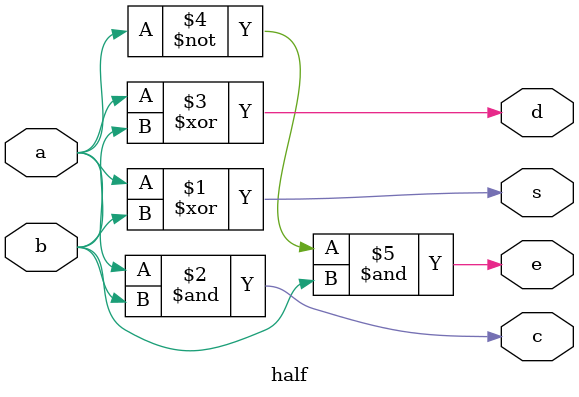
<source format=v>
module half(c,s,d,e,a,b);
  input a,b;
  output c,s,d,e;
  assign s = (a ^ b);
  assign c = a&b;
  assign d = a^b;
  assign e= ~a  & b ;
endmodule

</source>
